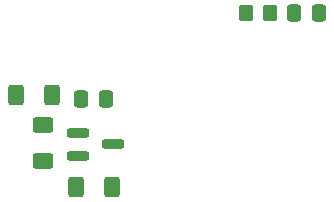
<source format=gbr>
%TF.GenerationSoftware,KiCad,Pcbnew,8.0.6*%
%TF.CreationDate,2024-12-30T11:18:50+02:00*%
%TF.ProjectId,project,70726f6a-6563-4742-9e6b-696361645f70,rev?*%
%TF.SameCoordinates,Original*%
%TF.FileFunction,Paste,Top*%
%TF.FilePolarity,Positive*%
%FSLAX46Y46*%
G04 Gerber Fmt 4.6, Leading zero omitted, Abs format (unit mm)*
G04 Created by KiCad (PCBNEW 8.0.6) date 2024-12-30 11:18:50*
%MOMM*%
%LPD*%
G01*
G04 APERTURE LIST*
G04 Aperture macros list*
%AMRoundRect*
0 Rectangle with rounded corners*
0 $1 Rounding radius*
0 $2 $3 $4 $5 $6 $7 $8 $9 X,Y pos of 4 corners*
0 Add a 4 corners polygon primitive as box body*
4,1,4,$2,$3,$4,$5,$6,$7,$8,$9,$2,$3,0*
0 Add four circle primitives for the rounded corners*
1,1,$1+$1,$2,$3*
1,1,$1+$1,$4,$5*
1,1,$1+$1,$6,$7*
1,1,$1+$1,$8,$9*
0 Add four rect primitives between the rounded corners*
20,1,$1+$1,$2,$3,$4,$5,0*
20,1,$1+$1,$4,$5,$6,$7,0*
20,1,$1+$1,$6,$7,$8,$9,0*
20,1,$1+$1,$8,$9,$2,$3,0*%
G04 Aperture macros list end*
%ADD10RoundRect,0.250000X-0.400000X-0.625000X0.400000X-0.625000X0.400000X0.625000X-0.400000X0.625000X0*%
%ADD11RoundRect,0.250000X0.400000X0.625000X-0.400000X0.625000X-0.400000X-0.625000X0.400000X-0.625000X0*%
%ADD12RoundRect,0.250000X-0.350000X-0.450000X0.350000X-0.450000X0.350000X0.450000X-0.350000X0.450000X0*%
%ADD13RoundRect,0.200000X-0.750000X-0.200000X0.750000X-0.200000X0.750000X0.200000X-0.750000X0.200000X0*%
%ADD14RoundRect,0.250000X-0.337500X-0.475000X0.337500X-0.475000X0.337500X0.475000X-0.337500X0.475000X0*%
%ADD15RoundRect,0.250000X0.625000X-0.400000X0.625000X0.400000X-0.625000X0.400000X-0.625000X-0.400000X0*%
G04 APERTURE END LIST*
D10*
%TO.C,R3*%
X126950000Y-62800000D03*
X130050000Y-62800000D03*
%TD*%
D11*
%TO.C,R6*%
X135150000Y-70550000D03*
X132050000Y-70550000D03*
%TD*%
D12*
%TO.C,R4*%
X146450000Y-55850000D03*
X148450000Y-55850000D03*
%TD*%
D13*
%TO.C,U1*%
X132200000Y-66012500D03*
X132200000Y-67912500D03*
X135200000Y-66962500D03*
%TD*%
D14*
%TO.C,C2*%
X150550000Y-55850000D03*
X152625000Y-55850000D03*
%TD*%
D15*
%TO.C,R5*%
X129300000Y-68400000D03*
X129300000Y-65300000D03*
%TD*%
D14*
%TO.C,C5*%
X132512500Y-63150000D03*
X134587500Y-63150000D03*
%TD*%
M02*

</source>
